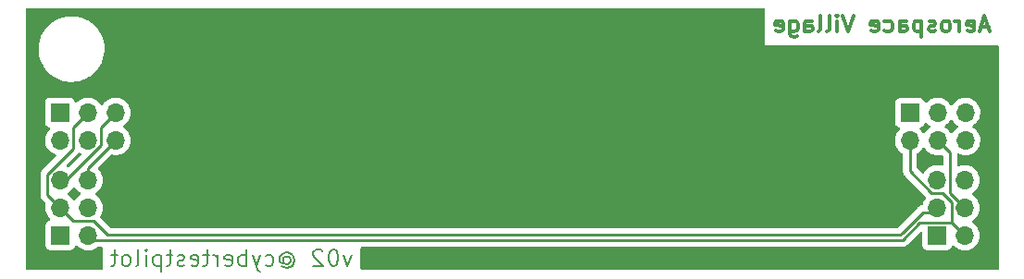
<source format=gbr>
%TF.GenerationSoftware,KiCad,Pcbnew,(6.0.4-0)*%
%TF.CreationDate,2022-05-06T19:30:14-04:00*%
%TF.ProjectId,Remove_Before_Flight,52656d6f-7665-45f4-9265-666f72655f46,v02*%
%TF.SameCoordinates,Original*%
%TF.FileFunction,Copper,L2,Bot*%
%TF.FilePolarity,Positive*%
%FSLAX46Y46*%
G04 Gerber Fmt 4.6, Leading zero omitted, Abs format (unit mm)*
G04 Created by KiCad (PCBNEW (6.0.4-0)) date 2022-05-06 19:30:14*
%MOMM*%
%LPD*%
G01*
G04 APERTURE LIST*
%ADD10C,0.200000*%
%TA.AperFunction,NonConductor*%
%ADD11C,0.200000*%
%TD*%
%ADD12C,0.300000*%
%TA.AperFunction,NonConductor*%
%ADD13C,0.300000*%
%TD*%
%TA.AperFunction,ComponentPad*%
%ADD14R,1.700000X1.700000*%
%TD*%
%TA.AperFunction,ComponentPad*%
%ADD15O,1.700000X1.700000*%
%TD*%
%TA.AperFunction,Conductor*%
%ADD16C,0.254000*%
%TD*%
%TA.AperFunction,Conductor*%
%ADD17C,0.250000*%
%TD*%
G04 APERTURE END LIST*
D10*
D11*
X150296582Y-113142704D02*
X149939439Y-114142704D01*
X149582297Y-113142704D01*
X148725154Y-112642704D02*
X148582297Y-112642704D01*
X148439439Y-112714133D01*
X148368011Y-112785561D01*
X148296582Y-112928418D01*
X148225154Y-113214133D01*
X148225154Y-113571275D01*
X148296582Y-113856990D01*
X148368011Y-113999847D01*
X148439439Y-114071275D01*
X148582297Y-114142704D01*
X148725154Y-114142704D01*
X148868011Y-114071275D01*
X148939439Y-113999847D01*
X149010868Y-113856990D01*
X149082297Y-113571275D01*
X149082297Y-113214133D01*
X149010868Y-112928418D01*
X148939439Y-112785561D01*
X148868011Y-112714133D01*
X148725154Y-112642704D01*
X147653725Y-112785561D02*
X147582297Y-112714133D01*
X147439439Y-112642704D01*
X147082297Y-112642704D01*
X146939439Y-112714133D01*
X146868011Y-112785561D01*
X146796582Y-112928418D01*
X146796582Y-113071275D01*
X146868011Y-113285561D01*
X147725154Y-114142704D01*
X146796582Y-114142704D01*
X144082297Y-113428418D02*
X144153725Y-113356990D01*
X144296582Y-113285561D01*
X144439439Y-113285561D01*
X144582297Y-113356990D01*
X144653725Y-113428418D01*
X144725154Y-113571275D01*
X144725154Y-113714133D01*
X144653725Y-113856990D01*
X144582297Y-113928418D01*
X144439439Y-113999847D01*
X144296582Y-113999847D01*
X144153725Y-113928418D01*
X144082297Y-113856990D01*
X144082297Y-113285561D02*
X144082297Y-113856990D01*
X144010868Y-113928418D01*
X143939439Y-113928418D01*
X143796582Y-113856990D01*
X143725154Y-113714133D01*
X143725154Y-113356990D01*
X143868011Y-113142704D01*
X144082297Y-112999847D01*
X144368011Y-112928418D01*
X144653725Y-112999847D01*
X144868011Y-113142704D01*
X145010868Y-113356990D01*
X145082297Y-113642704D01*
X145010868Y-113928418D01*
X144868011Y-114142704D01*
X144653725Y-114285561D01*
X144368011Y-114356990D01*
X144082297Y-114285561D01*
X143868011Y-114142704D01*
X142439439Y-114071275D02*
X142582297Y-114142704D01*
X142868011Y-114142704D01*
X143010868Y-114071275D01*
X143082297Y-113999847D01*
X143153725Y-113856990D01*
X143153725Y-113428418D01*
X143082297Y-113285561D01*
X143010868Y-113214133D01*
X142868011Y-113142704D01*
X142582297Y-113142704D01*
X142439439Y-113214133D01*
X141939439Y-113142704D02*
X141582297Y-114142704D01*
X141225154Y-113142704D02*
X141582297Y-114142704D01*
X141725154Y-114499847D01*
X141796582Y-114571275D01*
X141939439Y-114642704D01*
X140653725Y-114142704D02*
X140653725Y-112642704D01*
X140653725Y-113214133D02*
X140510868Y-113142704D01*
X140225154Y-113142704D01*
X140082297Y-113214133D01*
X140010868Y-113285561D01*
X139939439Y-113428418D01*
X139939439Y-113856990D01*
X140010868Y-113999847D01*
X140082297Y-114071275D01*
X140225154Y-114142704D01*
X140510868Y-114142704D01*
X140653725Y-114071275D01*
X138725154Y-114071275D02*
X138868011Y-114142704D01*
X139153725Y-114142704D01*
X139296582Y-114071275D01*
X139368011Y-113928418D01*
X139368011Y-113356990D01*
X139296582Y-113214133D01*
X139153725Y-113142704D01*
X138868011Y-113142704D01*
X138725154Y-113214133D01*
X138653725Y-113356990D01*
X138653725Y-113499847D01*
X139368011Y-113642704D01*
X138010868Y-114142704D02*
X138010868Y-113142704D01*
X138010868Y-113428418D02*
X137939439Y-113285561D01*
X137868011Y-113214133D01*
X137725154Y-113142704D01*
X137582297Y-113142704D01*
X137296582Y-113142704D02*
X136725154Y-113142704D01*
X137082297Y-112642704D02*
X137082297Y-113928418D01*
X137010868Y-114071275D01*
X136868011Y-114142704D01*
X136725154Y-114142704D01*
X135653725Y-114071275D02*
X135796582Y-114142704D01*
X136082297Y-114142704D01*
X136225154Y-114071275D01*
X136296582Y-113928418D01*
X136296582Y-113356990D01*
X136225154Y-113214133D01*
X136082297Y-113142704D01*
X135796582Y-113142704D01*
X135653725Y-113214133D01*
X135582297Y-113356990D01*
X135582297Y-113499847D01*
X136296582Y-113642704D01*
X135010868Y-114071275D02*
X134868011Y-114142704D01*
X134582297Y-114142704D01*
X134439439Y-114071275D01*
X134368011Y-113928418D01*
X134368011Y-113856990D01*
X134439439Y-113714133D01*
X134582297Y-113642704D01*
X134796582Y-113642704D01*
X134939439Y-113571275D01*
X135010868Y-113428418D01*
X135010868Y-113356990D01*
X134939439Y-113214133D01*
X134796582Y-113142704D01*
X134582297Y-113142704D01*
X134439439Y-113214133D01*
X133939439Y-113142704D02*
X133368011Y-113142704D01*
X133725154Y-112642704D02*
X133725154Y-113928418D01*
X133653725Y-114071275D01*
X133510868Y-114142704D01*
X133368011Y-114142704D01*
X132868011Y-113142704D02*
X132868011Y-114642704D01*
X132868011Y-113214133D02*
X132725154Y-113142704D01*
X132439439Y-113142704D01*
X132296582Y-113214133D01*
X132225154Y-113285561D01*
X132153725Y-113428418D01*
X132153725Y-113856990D01*
X132225154Y-113999847D01*
X132296582Y-114071275D01*
X132439439Y-114142704D01*
X132725154Y-114142704D01*
X132868011Y-114071275D01*
X131510868Y-114142704D02*
X131510868Y-113142704D01*
X131510868Y-112642704D02*
X131582297Y-112714133D01*
X131510868Y-112785561D01*
X131439439Y-112714133D01*
X131510868Y-112642704D01*
X131510868Y-112785561D01*
X130582297Y-114142704D02*
X130725154Y-114071275D01*
X130796582Y-113928418D01*
X130796582Y-112642704D01*
X129796582Y-114142704D02*
X129939439Y-114071275D01*
X130010868Y-113999847D01*
X130082297Y-113856990D01*
X130082297Y-113428418D01*
X130010868Y-113285561D01*
X129939439Y-113214133D01*
X129796582Y-113142704D01*
X129582297Y-113142704D01*
X129439439Y-113214133D01*
X129368011Y-113285561D01*
X129296582Y-113428418D01*
X129296582Y-113856990D01*
X129368011Y-113999847D01*
X129439439Y-114071275D01*
X129582297Y-114142704D01*
X129796582Y-114142704D01*
X128868011Y-113142704D02*
X128296582Y-113142704D01*
X128653725Y-112642704D02*
X128653725Y-113928418D01*
X128582297Y-114071275D01*
X128439439Y-114142704D01*
X128296582Y-114142704D01*
D12*
D13*
X208546978Y-92259526D02*
X207832692Y-92259526D01*
X208689835Y-92688097D02*
X208189835Y-91188097D01*
X207689835Y-92688097D01*
X206618406Y-92616668D02*
X206761263Y-92688097D01*
X207046978Y-92688097D01*
X207189835Y-92616668D01*
X207261263Y-92473811D01*
X207261263Y-91902383D01*
X207189835Y-91759526D01*
X207046978Y-91688097D01*
X206761263Y-91688097D01*
X206618406Y-91759526D01*
X206546978Y-91902383D01*
X206546978Y-92045240D01*
X207261263Y-92188097D01*
X205904120Y-92688097D02*
X205904120Y-91688097D01*
X205904120Y-91973811D02*
X205832692Y-91830954D01*
X205761263Y-91759526D01*
X205618406Y-91688097D01*
X205475549Y-91688097D01*
X204761263Y-92688097D02*
X204904120Y-92616668D01*
X204975549Y-92545240D01*
X205046977Y-92402383D01*
X205046977Y-91973811D01*
X204975549Y-91830954D01*
X204904120Y-91759526D01*
X204761263Y-91688097D01*
X204546977Y-91688097D01*
X204404120Y-91759526D01*
X204332692Y-91830954D01*
X204261263Y-91973811D01*
X204261263Y-92402383D01*
X204332692Y-92545240D01*
X204404120Y-92616668D01*
X204546977Y-92688097D01*
X204761263Y-92688097D01*
X203689835Y-92616668D02*
X203546977Y-92688097D01*
X203261263Y-92688097D01*
X203118406Y-92616668D01*
X203046977Y-92473811D01*
X203046977Y-92402383D01*
X203118406Y-92259526D01*
X203261263Y-92188097D01*
X203475549Y-92188097D01*
X203618406Y-92116668D01*
X203689835Y-91973811D01*
X203689835Y-91902383D01*
X203618406Y-91759526D01*
X203475549Y-91688097D01*
X203261263Y-91688097D01*
X203118406Y-91759526D01*
X202404120Y-91688097D02*
X202404120Y-93188097D01*
X202404120Y-91759526D02*
X202261263Y-91688097D01*
X201975549Y-91688097D01*
X201832692Y-91759526D01*
X201761263Y-91830954D01*
X201689835Y-91973811D01*
X201689835Y-92402383D01*
X201761263Y-92545240D01*
X201832692Y-92616668D01*
X201975549Y-92688097D01*
X202261263Y-92688097D01*
X202404120Y-92616668D01*
X200404120Y-92688097D02*
X200404120Y-91902383D01*
X200475549Y-91759526D01*
X200618406Y-91688097D01*
X200904120Y-91688097D01*
X201046978Y-91759526D01*
X200404120Y-92616668D02*
X200546978Y-92688097D01*
X200904120Y-92688097D01*
X201046978Y-92616668D01*
X201118406Y-92473811D01*
X201118406Y-92330954D01*
X201046978Y-92188097D01*
X200904120Y-92116668D01*
X200546978Y-92116668D01*
X200404120Y-92045240D01*
X199046978Y-92616668D02*
X199189835Y-92688097D01*
X199475549Y-92688097D01*
X199618406Y-92616668D01*
X199689835Y-92545240D01*
X199761263Y-92402383D01*
X199761263Y-91973811D01*
X199689835Y-91830954D01*
X199618406Y-91759526D01*
X199475549Y-91688097D01*
X199189835Y-91688097D01*
X199046978Y-91759526D01*
X197832692Y-92616668D02*
X197975549Y-92688097D01*
X198261263Y-92688097D01*
X198404120Y-92616668D01*
X198475549Y-92473811D01*
X198475549Y-91902383D01*
X198404120Y-91759526D01*
X198261263Y-91688097D01*
X197975549Y-91688097D01*
X197832692Y-91759526D01*
X197761263Y-91902383D01*
X197761263Y-92045240D01*
X198475549Y-92188097D01*
X196189835Y-91188097D02*
X195689835Y-92688097D01*
X195189835Y-91188097D01*
X194689835Y-92688097D02*
X194689835Y-91688097D01*
X194689835Y-91188097D02*
X194761263Y-91259526D01*
X194689835Y-91330954D01*
X194618406Y-91259526D01*
X194689835Y-91188097D01*
X194689835Y-91330954D01*
X193761263Y-92688097D02*
X193904120Y-92616668D01*
X193975549Y-92473811D01*
X193975549Y-91188097D01*
X192975549Y-92688097D02*
X193118406Y-92616668D01*
X193189835Y-92473811D01*
X193189835Y-91188097D01*
X191761263Y-92688097D02*
X191761263Y-91902383D01*
X191832692Y-91759526D01*
X191975549Y-91688097D01*
X192261263Y-91688097D01*
X192404120Y-91759526D01*
X191761263Y-92616668D02*
X191904120Y-92688097D01*
X192261263Y-92688097D01*
X192404120Y-92616668D01*
X192475549Y-92473811D01*
X192475549Y-92330954D01*
X192404120Y-92188097D01*
X192261263Y-92116668D01*
X191904120Y-92116668D01*
X191761263Y-92045240D01*
X190404120Y-91688097D02*
X190404120Y-92902383D01*
X190475549Y-93045240D01*
X190546978Y-93116668D01*
X190689835Y-93188097D01*
X190904120Y-93188097D01*
X191046978Y-93116668D01*
X190404120Y-92616668D02*
X190546978Y-92688097D01*
X190832692Y-92688097D01*
X190975549Y-92616668D01*
X191046978Y-92545240D01*
X191118406Y-92402383D01*
X191118406Y-91973811D01*
X191046978Y-91830954D01*
X190975549Y-91759526D01*
X190832692Y-91688097D01*
X190546978Y-91688097D01*
X190404120Y-91759526D01*
X189118406Y-92616668D02*
X189261263Y-92688097D01*
X189546978Y-92688097D01*
X189689835Y-92616668D01*
X189761263Y-92473811D01*
X189761263Y-91902383D01*
X189689835Y-91759526D01*
X189546978Y-91688097D01*
X189261263Y-91688097D01*
X189118406Y-91759526D01*
X189046978Y-91902383D01*
X189046978Y-92045240D01*
X189761263Y-92188097D01*
D14*
%TO.P,J1,1,Pin_1*%
%TO.N,Net-(J1-Pad1)*%
X123634464Y-100091262D03*
D15*
%TO.P,J1,2,Pin_2*%
%TO.N,Net-(J1-Pad2)*%
X123634464Y-102631262D03*
%TO.P,J1,3,Pin_3*%
%TO.N,Net-(J1-Pad3)*%
X126174464Y-100091262D03*
%TO.P,J1,4,Pin_4*%
%TO.N,Net-(J1-Pad4)*%
X126174464Y-102631262D03*
%TO.P,J1,5,Pin_5*%
%TO.N,Net-(J1-Pad5)*%
X128714464Y-100091262D03*
%TO.P,J1,6,Pin_6*%
%TO.N,Net-(J1-Pad6)*%
X128714464Y-102631262D03*
%TD*%
D14*
%TO.P,J2,1,Pin_1*%
%TO.N,Net-(J1-Pad1)*%
X201350034Y-100111761D03*
D15*
%TO.P,J2,2,Pin_2*%
%TO.N,Net-(J1-Pad2)*%
X201350034Y-102651761D03*
%TO.P,J2,3,Pin_3*%
%TO.N,Net-(J1-Pad3)*%
X203890034Y-100111761D03*
%TO.P,J2,4,Pin_4*%
%TO.N,Net-(J1-Pad4)*%
X203890034Y-102651761D03*
%TO.P,J2,5,Pin_5*%
%TO.N,Net-(J1-Pad5)*%
X206430034Y-100111761D03*
%TO.P,J2,6,Pin_6*%
%TO.N,Net-(J1-Pad6)*%
X206430034Y-102651761D03*
%TD*%
D14*
%TO.P,J3,1,Pin_1*%
%TO.N,Net-(J1-Pad1)*%
X123645626Y-111353970D03*
D15*
%TO.P,J3,2,Pin_2*%
%TO.N,Net-(J1-Pad2)*%
X126185626Y-111353970D03*
%TO.P,J3,3,Pin_3*%
%TO.N,Net-(J1-Pad3)*%
X123645626Y-108813970D03*
%TO.P,J3,4,Pin_4*%
%TO.N,Net-(J1-Pad4)*%
X126185626Y-108813970D03*
%TO.P,J3,5,Pin_5*%
%TO.N,Net-(J1-Pad5)*%
X123645626Y-106273970D03*
%TO.P,J3,6,Pin_6*%
%TO.N,Net-(J1-Pad6)*%
X126185626Y-106273970D03*
%TD*%
D14*
%TO.P,J4,1,Pin_1*%
%TO.N,Net-(J1-Pad1)*%
X203844843Y-111353879D03*
D15*
%TO.P,J4,2,Pin_2*%
%TO.N,Net-(J1-Pad2)*%
X206384843Y-111353879D03*
%TO.P,J4,3,Pin_3*%
%TO.N,Net-(J1-Pad3)*%
X203844843Y-108813879D03*
%TO.P,J4,4,Pin_4*%
%TO.N,Net-(J1-Pad4)*%
X206384843Y-108813879D03*
%TO.P,J4,5,Pin_5*%
%TO.N,Net-(J1-Pad5)*%
X203844843Y-106273879D03*
%TO.P,J4,6,Pin_6*%
%TO.N,Net-(J1-Pad6)*%
X206384843Y-106273879D03*
%TD*%
D16*
%TO.N,Net-(J1-Pad3)*%
X200829995Y-110948630D02*
X200682006Y-111096620D01*
D17*
X126672125Y-109988481D02*
X127992124Y-111308480D01*
D16*
X201789112Y-109989514D02*
X200829995Y-110948630D01*
D17*
X124820137Y-109988481D02*
X126672125Y-109988481D01*
X123645626Y-108813970D02*
X124820137Y-109988481D01*
X127992124Y-111308480D02*
X200470145Y-111308480D01*
X200470145Y-111308480D02*
X200829995Y-110948630D01*
D16*
X203844843Y-108813879D02*
X203606121Y-108813879D01*
X203606121Y-108813879D02*
X203200000Y-109220000D01*
X203200000Y-109220000D02*
X202558626Y-109220000D01*
X202558626Y-109220000D02*
X201789112Y-109989514D01*
%TO.N,Net-(J1-Pad2)*%
X205208332Y-110177368D02*
X202242632Y-110177368D01*
X126591656Y-111760000D02*
X126185626Y-111353970D01*
X202242632Y-110177368D02*
X200660000Y-111760000D01*
X200660000Y-111760000D02*
X126591656Y-111760000D01*
D17*
%TO.N,Net-(J1-Pad6)*%
X128714464Y-102631262D02*
X126185626Y-105160100D01*
X126185626Y-105160100D02*
X126185626Y-106273970D01*
%TO.N,Net-(J1-Pad3)*%
X123645626Y-108813970D02*
X122471115Y-107639459D01*
X122471115Y-107639459D02*
X122471115Y-105787471D01*
X122471115Y-105787471D02*
X124808975Y-103449611D01*
X124808975Y-103449611D02*
X124808975Y-101456751D01*
D16*
X124808975Y-101456751D02*
X126174464Y-100091262D01*
D17*
%TO.N,Net-(J1-Pad5)*%
X123645626Y-106273970D02*
X124192766Y-106273970D01*
X124192766Y-106273970D02*
X127348975Y-103117761D01*
D16*
X127348975Y-103117761D02*
X127348975Y-101456751D01*
X127348975Y-101456751D02*
X128714464Y-100091262D01*
%TO.N,Net-(J1-Pad2)*%
X204332171Y-107450390D02*
X205208332Y-108326551D01*
X201350034Y-102651761D02*
X201350034Y-105442909D01*
X201350034Y-105442909D02*
X203357515Y-107450390D01*
X205208332Y-108326551D02*
X205208332Y-110177368D01*
X203357515Y-107450390D02*
X204332171Y-107450390D01*
X205208332Y-110177368D02*
X206384843Y-111353879D01*
%TO.N,Net-(J1-Pad4)*%
X205021354Y-107450390D02*
X206384843Y-108813879D01*
X203890034Y-102651761D02*
X205021354Y-103783081D01*
X205021354Y-103783081D02*
X205021354Y-107450390D01*
%TD*%
%TA.AperFunction,NonConductor*%
G36*
X202873184Y-101024887D02*
G01*
X202907851Y-101052875D01*
X202936284Y-101085699D01*
X203108160Y-101228393D01*
X203162542Y-101260171D01*
X203181479Y-101271237D01*
X203230203Y-101322875D01*
X203243274Y-101392658D01*
X203216543Y-101458430D01*
X203176089Y-101491788D01*
X203168267Y-101495860D01*
X203163641Y-101498268D01*
X203159508Y-101501371D01*
X203159505Y-101501373D01*
X203035601Y-101594403D01*
X202984999Y-101632396D01*
X202830663Y-101793899D01*
X202723235Y-101951382D01*
X202668327Y-101996382D01*
X202597802Y-102004553D01*
X202534055Y-101973299D01*
X202513358Y-101948815D01*
X202432856Y-101824378D01*
X202432854Y-101824375D01*
X202430048Y-101820038D01*
X202426566Y-101816211D01*
X202282832Y-101658249D01*
X202251780Y-101594403D01*
X202260175Y-101523904D01*
X202305351Y-101469136D01*
X202331795Y-101455467D01*
X202438331Y-101415528D01*
X202446739Y-101412376D01*
X202563295Y-101325022D01*
X202650649Y-101208466D01*
X202680518Y-101128791D01*
X202694632Y-101091143D01*
X202737274Y-101034379D01*
X202803836Y-101009679D01*
X202873184Y-101024887D01*
G37*
%TD.AperFunction*%
%TA.AperFunction,NonConductor*%
G36*
X205242060Y-100786905D02*
G01*
X205269909Y-100818755D01*
X205330021Y-100916849D01*
X205476284Y-101085699D01*
X205648160Y-101228393D01*
X205702542Y-101260171D01*
X205721479Y-101271237D01*
X205770203Y-101322875D01*
X205783274Y-101392658D01*
X205756543Y-101458430D01*
X205716089Y-101491788D01*
X205708267Y-101495860D01*
X205703641Y-101498268D01*
X205699508Y-101501371D01*
X205699505Y-101501373D01*
X205575601Y-101594403D01*
X205524999Y-101632396D01*
X205370663Y-101793899D01*
X205263235Y-101951382D01*
X205208327Y-101996382D01*
X205137802Y-102004553D01*
X205074055Y-101973299D01*
X205053358Y-101948815D01*
X204972856Y-101824378D01*
X204972854Y-101824375D01*
X204970048Y-101820038D01*
X204819704Y-101654812D01*
X204815653Y-101651613D01*
X204815649Y-101651609D01*
X204648448Y-101519561D01*
X204648444Y-101519559D01*
X204644393Y-101516359D01*
X204603087Y-101493557D01*
X204553118Y-101443125D01*
X204538346Y-101373682D01*
X204563462Y-101307277D01*
X204590814Y-101280670D01*
X204634637Y-101249411D01*
X204769894Y-101152934D01*
X204928130Y-100995250D01*
X205058487Y-100813838D01*
X205059810Y-100814789D01*
X205106679Y-100771618D01*
X205176614Y-100759386D01*
X205242060Y-100786905D01*
G37*
%TD.AperFunction*%
%TA.AperFunction,NonConductor*%
G36*
X125482437Y-103800396D02*
G01*
X125523206Y-103824220D01*
X125571929Y-103875859D01*
X125584999Y-103945642D01*
X125558267Y-104011413D01*
X125548729Y-104022102D01*
X124487799Y-105083032D01*
X124425487Y-105117058D01*
X124354672Y-105111993D01*
X124337811Y-105104246D01*
X124299177Y-105082919D01*
X124249206Y-105032486D01*
X124234434Y-104963043D01*
X124259550Y-104896638D01*
X124270975Y-104883515D01*
X125201222Y-103953268D01*
X125209512Y-103945724D01*
X125215993Y-103941611D01*
X125262634Y-103891943D01*
X125265388Y-103889102D01*
X125285109Y-103869381D01*
X125287587Y-103866186D01*
X125295293Y-103857164D01*
X125325561Y-103824932D01*
X125327630Y-103826875D01*
X125373131Y-103791776D01*
X125443866Y-103785688D01*
X125482437Y-103800396D01*
G37*
%TD.AperFunction*%
%TA.AperFunction,NonConductor*%
G36*
X202702060Y-103326905D02*
G01*
X202729909Y-103358755D01*
X202790021Y-103456849D01*
X202936284Y-103625699D01*
X203108160Y-103768393D01*
X203301034Y-103881099D01*
X203305859Y-103882941D01*
X203305860Y-103882942D01*
X203329434Y-103891944D01*
X203509726Y-103960791D01*
X203514794Y-103961822D01*
X203514797Y-103961823D01*
X203622042Y-103983642D01*
X203728631Y-104005328D01*
X203733806Y-104005518D01*
X203733808Y-104005518D01*
X203946707Y-104013325D01*
X203946711Y-104013325D01*
X203951871Y-104013514D01*
X203956991Y-104012858D01*
X203956993Y-104012858D01*
X204030448Y-104003448D01*
X204173450Y-103985129D01*
X204178403Y-103983643D01*
X204178408Y-103983642D01*
X204208051Y-103974748D01*
X204217685Y-103971858D01*
X204288680Y-103971440D01*
X204342988Y-104003448D01*
X204348949Y-104009409D01*
X204382975Y-104071721D01*
X204385854Y-104098504D01*
X204385854Y-104845936D01*
X204365852Y-104914057D01*
X204312196Y-104960550D01*
X204241922Y-104970654D01*
X204217799Y-104964710D01*
X204193055Y-104955948D01*
X204187966Y-104955041D01*
X204187964Y-104955041D01*
X203978216Y-104917679D01*
X203978210Y-104917678D01*
X203973127Y-104916773D01*
X203899295Y-104915871D01*
X203754924Y-104914107D01*
X203754922Y-104914107D01*
X203749754Y-104914044D01*
X203528934Y-104947834D01*
X203316599Y-105017236D01*
X203290912Y-105030608D01*
X203149455Y-105104246D01*
X203118450Y-105120386D01*
X203114317Y-105123489D01*
X203114314Y-105123491D01*
X202990330Y-105216581D01*
X202939808Y-105254514D01*
X202785472Y-105416017D01*
X202782558Y-105420289D01*
X202782557Y-105420290D01*
X202739853Y-105482892D01*
X202659586Y-105600559D01*
X202657409Y-105605249D01*
X202657405Y-105605256D01*
X202655231Y-105609941D01*
X202608409Y-105663309D01*
X202540166Y-105682892D01*
X202472170Y-105662471D01*
X202451847Y-105645989D01*
X202022439Y-105216581D01*
X201988413Y-105154269D01*
X201985534Y-105127486D01*
X201985534Y-103930996D01*
X202005536Y-103862875D01*
X202046205Y-103823550D01*
X202048028Y-103822657D01*
X202229894Y-103692934D01*
X202388130Y-103535250D01*
X202447628Y-103452450D01*
X202518487Y-103353838D01*
X202519810Y-103354789D01*
X202566679Y-103311618D01*
X202636614Y-103299386D01*
X202702060Y-103326905D01*
G37*
%TD.AperFunction*%
%TA.AperFunction,NonConductor*%
G36*
X124997652Y-106949114D02*
G01*
X125025501Y-106980964D01*
X125085613Y-107079058D01*
X125231876Y-107247908D01*
X125403752Y-107390602D01*
X125474221Y-107431781D01*
X125477071Y-107433446D01*
X125525795Y-107485084D01*
X125538866Y-107554867D01*
X125512135Y-107620639D01*
X125471681Y-107653997D01*
X125459233Y-107660477D01*
X125455100Y-107663580D01*
X125455097Y-107663582D01*
X125302495Y-107778159D01*
X125280591Y-107794605D01*
X125227515Y-107850146D01*
X125133757Y-107948258D01*
X125126255Y-107956108D01*
X125018827Y-108113591D01*
X124963919Y-108158591D01*
X124893394Y-108166762D01*
X124829647Y-108135508D01*
X124808950Y-108111024D01*
X124728448Y-107986587D01*
X124728446Y-107986584D01*
X124725640Y-107982247D01*
X124575296Y-107817021D01*
X124571245Y-107813822D01*
X124571241Y-107813818D01*
X124404040Y-107681770D01*
X124404036Y-107681768D01*
X124399985Y-107678568D01*
X124358679Y-107655766D01*
X124308710Y-107605334D01*
X124293938Y-107535891D01*
X124319054Y-107469486D01*
X124346406Y-107442879D01*
X124390229Y-107411620D01*
X124525486Y-107315143D01*
X124683722Y-107157459D01*
X124814079Y-106976047D01*
X124815402Y-106976998D01*
X124862271Y-106933827D01*
X124932206Y-106921595D01*
X124997652Y-106949114D01*
G37*
%TD.AperFunction*%
%TA.AperFunction,NonConductor*%
G36*
X188044885Y-90528502D02*
G01*
X188091378Y-90582158D01*
X188102764Y-90634500D01*
X188102764Y-93950526D01*
X209365500Y-93950526D01*
X209433621Y-93970528D01*
X209480114Y-94024184D01*
X209491500Y-94076526D01*
X209491500Y-114365500D01*
X209471498Y-114433621D01*
X209417842Y-114480114D01*
X209365500Y-114491500D01*
X151245369Y-114491500D01*
X151177248Y-114471498D01*
X151130755Y-114417842D01*
X151119369Y-114365500D01*
X151119369Y-112521500D01*
X151139371Y-112453379D01*
X151193027Y-112406886D01*
X151245369Y-112395500D01*
X200580980Y-112395500D01*
X200592214Y-112396030D01*
X200599719Y-112397708D01*
X200668012Y-112395562D01*
X200671969Y-112395500D01*
X200699983Y-112395500D01*
X200703908Y-112395004D01*
X200703909Y-112395004D01*
X200704004Y-112394992D01*
X200715849Y-112394059D01*
X200745670Y-112393122D01*
X200752282Y-112392914D01*
X200752283Y-112392914D01*
X200760205Y-112392665D01*
X200779749Y-112386987D01*
X200799112Y-112382977D01*
X200811440Y-112381420D01*
X200811442Y-112381420D01*
X200819299Y-112380427D01*
X200826663Y-112377511D01*
X200826668Y-112377510D01*
X200860556Y-112364093D01*
X200871785Y-112360248D01*
X200888465Y-112355402D01*
X200914393Y-112347869D01*
X200921220Y-112343831D01*
X200921223Y-112343830D01*
X200931906Y-112337512D01*
X200949664Y-112328812D01*
X200961215Y-112324239D01*
X200961221Y-112324235D01*
X200968588Y-112321319D01*
X200978394Y-112314195D01*
X201004488Y-112295236D01*
X201014410Y-112288719D01*
X201045768Y-112270174D01*
X201045772Y-112270171D01*
X201052598Y-112266134D01*
X201066982Y-112251750D01*
X201082016Y-112238909D01*
X201092073Y-112231602D01*
X201098487Y-112226942D01*
X201126778Y-112192744D01*
X201134767Y-112183965D01*
X202271248Y-111047485D01*
X202333560Y-111013459D01*
X202404376Y-111018524D01*
X202461211Y-111061071D01*
X202486022Y-111127591D01*
X202486343Y-111136580D01*
X202486343Y-112252013D01*
X202493098Y-112314195D01*
X202544228Y-112450584D01*
X202631582Y-112567140D01*
X202748138Y-112654494D01*
X202884527Y-112705624D01*
X202946709Y-112712379D01*
X204742977Y-112712379D01*
X204805159Y-112705624D01*
X204941548Y-112654494D01*
X205058104Y-112567140D01*
X205145458Y-112450584D01*
X205165152Y-112398050D01*
X205189441Y-112333261D01*
X205232083Y-112276497D01*
X205298645Y-112251797D01*
X205367993Y-112267005D01*
X205402660Y-112294993D01*
X205431093Y-112327817D01*
X205602969Y-112470511D01*
X205795843Y-112583217D01*
X205800668Y-112585059D01*
X205800669Y-112585060D01*
X205873455Y-112612854D01*
X206004535Y-112662909D01*
X206009603Y-112663940D01*
X206009606Y-112663941D01*
X206116860Y-112685762D01*
X206223440Y-112707446D01*
X206228615Y-112707636D01*
X206228617Y-112707636D01*
X206441516Y-112715443D01*
X206441520Y-112715443D01*
X206446680Y-112715632D01*
X206451800Y-112714976D01*
X206451802Y-112714976D01*
X206663131Y-112687904D01*
X206663132Y-112687904D01*
X206668259Y-112687247D01*
X206673209Y-112685762D01*
X206877272Y-112624540D01*
X206877277Y-112624538D01*
X206882227Y-112623053D01*
X207082837Y-112524775D01*
X207264703Y-112395052D01*
X207282307Y-112377510D01*
X207399703Y-112260523D01*
X207422939Y-112237368D01*
X207458291Y-112188171D01*
X207550278Y-112060156D01*
X207553296Y-112055956D01*
X207652273Y-111855690D01*
X207717213Y-111641948D01*
X207746372Y-111420469D01*
X207747999Y-111353879D01*
X207729695Y-111131240D01*
X207675274Y-110914581D01*
X207586197Y-110709719D01*
X207464857Y-110522156D01*
X207314513Y-110356930D01*
X207310462Y-110353731D01*
X207310458Y-110353727D01*
X207143257Y-110221679D01*
X207143253Y-110221677D01*
X207139202Y-110218477D01*
X207097896Y-110195675D01*
X207047927Y-110145243D01*
X207033155Y-110075800D01*
X207058271Y-110009395D01*
X207085623Y-109982788D01*
X207166581Y-109925041D01*
X207264703Y-109855052D01*
X207328767Y-109791212D01*
X207419278Y-109701016D01*
X207422939Y-109697368D01*
X207553296Y-109515956D01*
X207652273Y-109315690D01*
X207717213Y-109101948D01*
X207746372Y-108880469D01*
X207747999Y-108813879D01*
X207729695Y-108591240D01*
X207675274Y-108374581D01*
X207586197Y-108169719D01*
X207521785Y-108070153D01*
X207467665Y-107986496D01*
X207467663Y-107986493D01*
X207464857Y-107982156D01*
X207314513Y-107816930D01*
X207310462Y-107813731D01*
X207310458Y-107813727D01*
X207143257Y-107681679D01*
X207143253Y-107681677D01*
X207139202Y-107678477D01*
X207097896Y-107655675D01*
X207047927Y-107605243D01*
X207033155Y-107535800D01*
X207058271Y-107469395D01*
X207085623Y-107442788D01*
X207158785Y-107390602D01*
X207264703Y-107315052D01*
X207328769Y-107251210D01*
X207419278Y-107161016D01*
X207422939Y-107157368D01*
X207553296Y-106975956D01*
X207574118Y-106933827D01*
X207649979Y-106780332D01*
X207649980Y-106780330D01*
X207652273Y-106775690D01*
X207717213Y-106561948D01*
X207746372Y-106340469D01*
X207747999Y-106273879D01*
X207729695Y-106051240D01*
X207675274Y-105834581D01*
X207586197Y-105629719D01*
X207493750Y-105486818D01*
X207467665Y-105446496D01*
X207467663Y-105446493D01*
X207464857Y-105442156D01*
X207314513Y-105276930D01*
X207310462Y-105273731D01*
X207310458Y-105273727D01*
X207143257Y-105141679D01*
X207143253Y-105141677D01*
X207139202Y-105138477D01*
X206943632Y-105030517D01*
X206938763Y-105028793D01*
X206938759Y-105028791D01*
X206737930Y-104957674D01*
X206737926Y-104957673D01*
X206733055Y-104955948D01*
X206727962Y-104955041D01*
X206727959Y-104955040D01*
X206518216Y-104917679D01*
X206518210Y-104917678D01*
X206513127Y-104916773D01*
X206439295Y-104915871D01*
X206294924Y-104914107D01*
X206294922Y-104914107D01*
X206289754Y-104914044D01*
X206068934Y-104947834D01*
X205856599Y-105017236D01*
X205841035Y-105025338D01*
X205771377Y-105039052D01*
X205705361Y-105012928D01*
X205663949Y-104955261D01*
X205656854Y-104913576D01*
X205656854Y-103992470D01*
X205676856Y-103924349D01*
X205730512Y-103877856D01*
X205800786Y-103867752D01*
X205837024Y-103878756D01*
X205841034Y-103881099D01*
X206049726Y-103960791D01*
X206054794Y-103961822D01*
X206054797Y-103961823D01*
X206162042Y-103983642D01*
X206268631Y-104005328D01*
X206273806Y-104005518D01*
X206273808Y-104005518D01*
X206486707Y-104013325D01*
X206486711Y-104013325D01*
X206491871Y-104013514D01*
X206496991Y-104012858D01*
X206496993Y-104012858D01*
X206708322Y-103985786D01*
X206708323Y-103985786D01*
X206713450Y-103985129D01*
X206718400Y-103983644D01*
X206922463Y-103922422D01*
X206922468Y-103922420D01*
X206927418Y-103920935D01*
X207128028Y-103822657D01*
X207309894Y-103692934D01*
X207468130Y-103535250D01*
X207527628Y-103452450D01*
X207595469Y-103358038D01*
X207598487Y-103353838D01*
X207606543Y-103337539D01*
X207695170Y-103158214D01*
X207695171Y-103158212D01*
X207697464Y-103153572D01*
X207762404Y-102939830D01*
X207791563Y-102718351D01*
X207793190Y-102651761D01*
X207774886Y-102429122D01*
X207720465Y-102212463D01*
X207631388Y-102007601D01*
X207510048Y-101820038D01*
X207359704Y-101654812D01*
X207355653Y-101651613D01*
X207355649Y-101651609D01*
X207188448Y-101519561D01*
X207188444Y-101519559D01*
X207184393Y-101516359D01*
X207143087Y-101493557D01*
X207093118Y-101443125D01*
X207078346Y-101373682D01*
X207103462Y-101307277D01*
X207130814Y-101280670D01*
X207174637Y-101249411D01*
X207309894Y-101152934D01*
X207468130Y-100995250D01*
X207598487Y-100813838D01*
X207606543Y-100797539D01*
X207695170Y-100618214D01*
X207695171Y-100618212D01*
X207697464Y-100613572D01*
X207762404Y-100399830D01*
X207791563Y-100178351D01*
X207793190Y-100111761D01*
X207774886Y-99889122D01*
X207720465Y-99672463D01*
X207631388Y-99467601D01*
X207510048Y-99280038D01*
X207359704Y-99114812D01*
X207355653Y-99111613D01*
X207355649Y-99111609D01*
X207188448Y-98979561D01*
X207188444Y-98979559D01*
X207184393Y-98976359D01*
X207153060Y-98959062D01*
X207110159Y-98935380D01*
X206988823Y-98868399D01*
X206983954Y-98866675D01*
X206983950Y-98866673D01*
X206783121Y-98795556D01*
X206783117Y-98795555D01*
X206778246Y-98793830D01*
X206773153Y-98792923D01*
X206773150Y-98792922D01*
X206563407Y-98755561D01*
X206563401Y-98755560D01*
X206558318Y-98754655D01*
X206484486Y-98753753D01*
X206340115Y-98751989D01*
X206340113Y-98751989D01*
X206334945Y-98751926D01*
X206114125Y-98785716D01*
X205901790Y-98855118D01*
X205871477Y-98870898D01*
X205708267Y-98955860D01*
X205703641Y-98958268D01*
X205699508Y-98961371D01*
X205699505Y-98961373D01*
X205529134Y-99089291D01*
X205524999Y-99092396D01*
X205521427Y-99096134D01*
X205386177Y-99237665D01*
X205370663Y-99253899D01*
X205263235Y-99411382D01*
X205208327Y-99456382D01*
X205137802Y-99464553D01*
X205074055Y-99433299D01*
X205053358Y-99408815D01*
X204972856Y-99284378D01*
X204972854Y-99284375D01*
X204970048Y-99280038D01*
X204819704Y-99114812D01*
X204815653Y-99111613D01*
X204815649Y-99111609D01*
X204648448Y-98979561D01*
X204648444Y-98979559D01*
X204644393Y-98976359D01*
X204613060Y-98959062D01*
X204570159Y-98935380D01*
X204448823Y-98868399D01*
X204443954Y-98866675D01*
X204443950Y-98866673D01*
X204243121Y-98795556D01*
X204243117Y-98795555D01*
X204238246Y-98793830D01*
X204233153Y-98792923D01*
X204233150Y-98792922D01*
X204023407Y-98755561D01*
X204023401Y-98755560D01*
X204018318Y-98754655D01*
X203944486Y-98753753D01*
X203800115Y-98751989D01*
X203800113Y-98751989D01*
X203794945Y-98751926D01*
X203574125Y-98785716D01*
X203361790Y-98855118D01*
X203331477Y-98870898D01*
X203168267Y-98955860D01*
X203163641Y-98958268D01*
X203159508Y-98961371D01*
X203159505Y-98961373D01*
X202989134Y-99089291D01*
X202984999Y-99092396D01*
X202928571Y-99151445D01*
X202904317Y-99176825D01*
X202842793Y-99212255D01*
X202771880Y-99208798D01*
X202714094Y-99167552D01*
X202695241Y-99134004D01*
X202653801Y-99023464D01*
X202650649Y-99015056D01*
X202563295Y-98898500D01*
X202446739Y-98811146D01*
X202310350Y-98760016D01*
X202248168Y-98753261D01*
X200451900Y-98753261D01*
X200389718Y-98760016D01*
X200253329Y-98811146D01*
X200136773Y-98898500D01*
X200049419Y-99015056D01*
X199998289Y-99151445D01*
X199991534Y-99213627D01*
X199991534Y-101009895D01*
X199998289Y-101072077D01*
X200049419Y-101208466D01*
X200136773Y-101325022D01*
X200253329Y-101412376D01*
X200261738Y-101415528D01*
X200261739Y-101415529D01*
X200370485Y-101456296D01*
X200427250Y-101498937D01*
X200451950Y-101565499D01*
X200436743Y-101634848D01*
X200417350Y-101661329D01*
X200290663Y-101793899D01*
X200287754Y-101798164D01*
X200287748Y-101798172D01*
X200283855Y-101803879D01*
X200164777Y-101978441D01*
X200149037Y-102012351D01*
X200082417Y-102155872D01*
X200070722Y-102181066D01*
X200011023Y-102396331D01*
X199987285Y-102618456D01*
X199987582Y-102623609D01*
X199987582Y-102623612D01*
X199993045Y-102718351D01*
X200000144Y-102841476D01*
X200001281Y-102846522D01*
X200001282Y-102846528D01*
X200018806Y-102924285D01*
X200049256Y-103059400D01*
X200087495Y-103153572D01*
X200126765Y-103250282D01*
X200133300Y-103266377D01*
X200174334Y-103333339D01*
X200247325Y-103452449D01*
X200250021Y-103456849D01*
X200396284Y-103625699D01*
X200568160Y-103768393D01*
X200652106Y-103817447D01*
X200700828Y-103869085D01*
X200714534Y-103926234D01*
X200714534Y-105363889D01*
X200714004Y-105375123D01*
X200712326Y-105382628D01*
X200713812Y-105429905D01*
X200714472Y-105450921D01*
X200714534Y-105454878D01*
X200714534Y-105482892D01*
X200715030Y-105486817D01*
X200715030Y-105486818D01*
X200715042Y-105486913D01*
X200715975Y-105498758D01*
X200717369Y-105543114D01*
X200719581Y-105550726D01*
X200723047Y-105562657D01*
X200727057Y-105582021D01*
X200729607Y-105602208D01*
X200732523Y-105609572D01*
X200732524Y-105609577D01*
X200745941Y-105643465D01*
X200749786Y-105654694D01*
X200754632Y-105671374D01*
X200762165Y-105697302D01*
X200766203Y-105704129D01*
X200766204Y-105704132D01*
X200772522Y-105714815D01*
X200781222Y-105732573D01*
X200785795Y-105744124D01*
X200785799Y-105744130D01*
X200788715Y-105751497D01*
X200793373Y-105757908D01*
X200793374Y-105757910D01*
X200814798Y-105787397D01*
X200821315Y-105797319D01*
X200839860Y-105828677D01*
X200839863Y-105828681D01*
X200843900Y-105835507D01*
X200858284Y-105849891D01*
X200871125Y-105864925D01*
X200883092Y-105881396D01*
X200889200Y-105886449D01*
X200917289Y-105909686D01*
X200926069Y-105917676D01*
X202785814Y-107777422D01*
X202819840Y-107839734D01*
X202814775Y-107910550D01*
X202791528Y-107947633D01*
X202792300Y-107948258D01*
X202789043Y-107952280D01*
X202785472Y-107956017D01*
X202782558Y-107960289D01*
X202782557Y-107960290D01*
X202697398Y-108085128D01*
X202659586Y-108140559D01*
X202565531Y-108343184D01*
X202543683Y-108421964D01*
X202520294Y-108506301D01*
X202482815Y-108566598D01*
X202414669Y-108597634D01*
X202407193Y-108598578D01*
X202407183Y-108598581D01*
X202399327Y-108599573D01*
X202391963Y-108602489D01*
X202391958Y-108602490D01*
X202358070Y-108615907D01*
X202346841Y-108619752D01*
X202332867Y-108623812D01*
X202304233Y-108632131D01*
X202297407Y-108636168D01*
X202286717Y-108642490D01*
X202268967Y-108651187D01*
X202250038Y-108658681D01*
X202243622Y-108663342D01*
X202243621Y-108663343D01*
X202214145Y-108684759D01*
X202204221Y-108691278D01*
X202172850Y-108709830D01*
X202172845Y-108709834D01*
X202166027Y-108713866D01*
X202151640Y-108728253D01*
X202136606Y-108741094D01*
X202120139Y-108753058D01*
X202115086Y-108759166D01*
X202091854Y-108787249D01*
X202083864Y-108796029D01*
X200437401Y-110442492D01*
X200437395Y-110442497D01*
X200241819Y-110638075D01*
X200179507Y-110672100D01*
X200152723Y-110674980D01*
X128306719Y-110674980D01*
X128238598Y-110654978D01*
X128217624Y-110638075D01*
X127321694Y-109742145D01*
X127287668Y-109679833D01*
X127292733Y-109609018D01*
X127308467Y-109579524D01*
X127351056Y-109520255D01*
X127351060Y-109520249D01*
X127354079Y-109516047D01*
X127453056Y-109315781D01*
X127517996Y-109102039D01*
X127547155Y-108880560D01*
X127548782Y-108813970D01*
X127530478Y-108591331D01*
X127476057Y-108374672D01*
X127386980Y-108169810D01*
X127297064Y-108030821D01*
X127268448Y-107986587D01*
X127268446Y-107986584D01*
X127265640Y-107982247D01*
X127115296Y-107817021D01*
X127111245Y-107813822D01*
X127111241Y-107813818D01*
X126944040Y-107681770D01*
X126944036Y-107681768D01*
X126939985Y-107678568D01*
X126898679Y-107655766D01*
X126848710Y-107605334D01*
X126833938Y-107535891D01*
X126859054Y-107469486D01*
X126886406Y-107442879D01*
X126930229Y-107411620D01*
X127065486Y-107315143D01*
X127223722Y-107157459D01*
X127354079Y-106976047D01*
X127374946Y-106933827D01*
X127450762Y-106780423D01*
X127450763Y-106780421D01*
X127453056Y-106775781D01*
X127517996Y-106562039D01*
X127547155Y-106340560D01*
X127548782Y-106273970D01*
X127530478Y-106051331D01*
X127476057Y-105834672D01*
X127386980Y-105629810D01*
X127294536Y-105486913D01*
X127268448Y-105446587D01*
X127268446Y-105446584D01*
X127265640Y-105442247D01*
X127262166Y-105438429D01*
X127262159Y-105438420D01*
X127124400Y-105287025D01*
X127093348Y-105223180D01*
X127101744Y-105152681D01*
X127128499Y-105113131D01*
X128259013Y-103982617D01*
X128321325Y-103948591D01*
X128373226Y-103948241D01*
X128553061Y-103984829D01*
X128558236Y-103985019D01*
X128558238Y-103985019D01*
X128771137Y-103992826D01*
X128771141Y-103992826D01*
X128776301Y-103993015D01*
X128781421Y-103992359D01*
X128781423Y-103992359D01*
X128992752Y-103965287D01*
X128992753Y-103965287D01*
X128997880Y-103964630D01*
X129016826Y-103958946D01*
X129206893Y-103901923D01*
X129206898Y-103901921D01*
X129211848Y-103900436D01*
X129412458Y-103802158D01*
X129594324Y-103672435D01*
X129752560Y-103514751D01*
X129812058Y-103431951D01*
X129879899Y-103337539D01*
X129882917Y-103333339D01*
X129916012Y-103266377D01*
X129979600Y-103137715D01*
X129979601Y-103137713D01*
X129981894Y-103133073D01*
X130046834Y-102919331D01*
X130075993Y-102697852D01*
X130077620Y-102631262D01*
X130059316Y-102408623D01*
X130004895Y-102191964D01*
X129915818Y-101987102D01*
X129810547Y-101824378D01*
X129797286Y-101803879D01*
X129797284Y-101803876D01*
X129794478Y-101799539D01*
X129644134Y-101634313D01*
X129640083Y-101631114D01*
X129640079Y-101631110D01*
X129472878Y-101499062D01*
X129472874Y-101499060D01*
X129468823Y-101495860D01*
X129427517Y-101473058D01*
X129377548Y-101422626D01*
X129362776Y-101353183D01*
X129387892Y-101286778D01*
X129415244Y-101260171D01*
X129459795Y-101228393D01*
X129594324Y-101132435D01*
X129752560Y-100974751D01*
X129882917Y-100793339D01*
X129916012Y-100726377D01*
X129979600Y-100597715D01*
X129979601Y-100597713D01*
X129981894Y-100593073D01*
X130046834Y-100379331D01*
X130075993Y-100157852D01*
X130077620Y-100091262D01*
X130059316Y-99868623D01*
X130004895Y-99651964D01*
X129915818Y-99447102D01*
X129810547Y-99284378D01*
X129797286Y-99263879D01*
X129797284Y-99263876D01*
X129794478Y-99259539D01*
X129644134Y-99094313D01*
X129640083Y-99091114D01*
X129640079Y-99091110D01*
X129472878Y-98959062D01*
X129472874Y-98959060D01*
X129468823Y-98955860D01*
X129273253Y-98847900D01*
X129268384Y-98846176D01*
X129268380Y-98846174D01*
X129067551Y-98775057D01*
X129067547Y-98775056D01*
X129062676Y-98773331D01*
X129057583Y-98772424D01*
X129057580Y-98772423D01*
X128847837Y-98735062D01*
X128847831Y-98735061D01*
X128842748Y-98734156D01*
X128768916Y-98733254D01*
X128624545Y-98731490D01*
X128624543Y-98731490D01*
X128619375Y-98731427D01*
X128398555Y-98765217D01*
X128186220Y-98834619D01*
X127988071Y-98937769D01*
X127983938Y-98940872D01*
X127983935Y-98940874D01*
X127813564Y-99068792D01*
X127809429Y-99071897D01*
X127805857Y-99075635D01*
X127673989Y-99213627D01*
X127655093Y-99233400D01*
X127547665Y-99390883D01*
X127492757Y-99435883D01*
X127422232Y-99444054D01*
X127358485Y-99412800D01*
X127337788Y-99388316D01*
X127257286Y-99263879D01*
X127257284Y-99263876D01*
X127254478Y-99259539D01*
X127104134Y-99094313D01*
X127100083Y-99091114D01*
X127100079Y-99091110D01*
X126932878Y-98959062D01*
X126932874Y-98959060D01*
X126928823Y-98955860D01*
X126733253Y-98847900D01*
X126728384Y-98846176D01*
X126728380Y-98846174D01*
X126527551Y-98775057D01*
X126527547Y-98775056D01*
X126522676Y-98773331D01*
X126517583Y-98772424D01*
X126517580Y-98772423D01*
X126307837Y-98735062D01*
X126307831Y-98735061D01*
X126302748Y-98734156D01*
X126228916Y-98733254D01*
X126084545Y-98731490D01*
X126084543Y-98731490D01*
X126079375Y-98731427D01*
X125858555Y-98765217D01*
X125646220Y-98834619D01*
X125448071Y-98937769D01*
X125443938Y-98940872D01*
X125443935Y-98940874D01*
X125273564Y-99068792D01*
X125269429Y-99071897D01*
X125213001Y-99130946D01*
X125188747Y-99156326D01*
X125127223Y-99191756D01*
X125056310Y-99188299D01*
X124998524Y-99147053D01*
X124979671Y-99113505D01*
X124938231Y-99002965D01*
X124935079Y-98994557D01*
X124847725Y-98878001D01*
X124731169Y-98790647D01*
X124594780Y-98739517D01*
X124532598Y-98732762D01*
X122736330Y-98732762D01*
X122674148Y-98739517D01*
X122537759Y-98790647D01*
X122421203Y-98878001D01*
X122333849Y-98994557D01*
X122282719Y-99130946D01*
X122275964Y-99193128D01*
X122275964Y-100989396D01*
X122282719Y-101051578D01*
X122333849Y-101187967D01*
X122421203Y-101304523D01*
X122537759Y-101391877D01*
X122546168Y-101395029D01*
X122546169Y-101395030D01*
X122654915Y-101435797D01*
X122711680Y-101478438D01*
X122736380Y-101545000D01*
X122721173Y-101614349D01*
X122701780Y-101640830D01*
X122575093Y-101773400D01*
X122572179Y-101777672D01*
X122572178Y-101777673D01*
X122543279Y-101820038D01*
X122449207Y-101957942D01*
X122355152Y-102160567D01*
X122295453Y-102375832D01*
X122271715Y-102597957D01*
X122272012Y-102603110D01*
X122272012Y-102603113D01*
X122278657Y-102718351D01*
X122284574Y-102820977D01*
X122285711Y-102826023D01*
X122285712Y-102826029D01*
X122290332Y-102846528D01*
X122333686Y-103038901D01*
X122417730Y-103245878D01*
X122420429Y-103250282D01*
X122486462Y-103358038D01*
X122534451Y-103436350D01*
X122680714Y-103605200D01*
X122852590Y-103747894D01*
X123045464Y-103860600D01*
X123050289Y-103862442D01*
X123050290Y-103862443D01*
X123194296Y-103917434D01*
X123250799Y-103960422D01*
X123275092Y-104027133D01*
X123259462Y-104096388D01*
X123238442Y-104124239D01*
X122078862Y-105283819D01*
X122070576Y-105291359D01*
X122064097Y-105295471D01*
X122058672Y-105301248D01*
X122017472Y-105345122D01*
X122014717Y-105347964D01*
X121994980Y-105367701D01*
X121992500Y-105370898D01*
X121984797Y-105379918D01*
X121954529Y-105412150D01*
X121950710Y-105419096D01*
X121950708Y-105419099D01*
X121944767Y-105429905D01*
X121933916Y-105446424D01*
X121921501Y-105462430D01*
X121918356Y-105469699D01*
X121918353Y-105469703D01*
X121903941Y-105503008D01*
X121898724Y-105513658D01*
X121877420Y-105552411D01*
X121875449Y-105560086D01*
X121875449Y-105560087D01*
X121872382Y-105572033D01*
X121865978Y-105590737D01*
X121857934Y-105609326D01*
X121856695Y-105617149D01*
X121856692Y-105617159D01*
X121851016Y-105652995D01*
X121848610Y-105664615D01*
X121837615Y-105707441D01*
X121837615Y-105727695D01*
X121836064Y-105747405D01*
X121832895Y-105767414D01*
X121833641Y-105775306D01*
X121837056Y-105811432D01*
X121837615Y-105823290D01*
X121837615Y-107560692D01*
X121837088Y-107571875D01*
X121835413Y-107579368D01*
X121835662Y-107587294D01*
X121835662Y-107587295D01*
X121837553Y-107647445D01*
X121837615Y-107651404D01*
X121837615Y-107679315D01*
X121838112Y-107683249D01*
X121838112Y-107683250D01*
X121838120Y-107683315D01*
X121839053Y-107695152D01*
X121840442Y-107739348D01*
X121846093Y-107758798D01*
X121850102Y-107778159D01*
X121852641Y-107798256D01*
X121855560Y-107805627D01*
X121855560Y-107805629D01*
X121868919Y-107839371D01*
X121872764Y-107850601D01*
X121885097Y-107893052D01*
X121889130Y-107899871D01*
X121889132Y-107899876D01*
X121895408Y-107910487D01*
X121904103Y-107928235D01*
X121911563Y-107947076D01*
X121916225Y-107953492D01*
X121916225Y-107953493D01*
X121937551Y-107982846D01*
X121944067Y-107992766D01*
X121966573Y-108030821D01*
X121980894Y-108045142D01*
X121993734Y-108060175D01*
X122005643Y-108076566D01*
X122011749Y-108081617D01*
X122039720Y-108104757D01*
X122048499Y-108112747D01*
X122295404Y-108359652D01*
X122329430Y-108421964D01*
X122327726Y-108482418D01*
X122306615Y-108558540D01*
X122306067Y-108563670D01*
X122306066Y-108563674D01*
X122300073Y-108619752D01*
X122282877Y-108780665D01*
X122283174Y-108785818D01*
X122283174Y-108785821D01*
X122288637Y-108880560D01*
X122295736Y-109003685D01*
X122296873Y-109008731D01*
X122296874Y-109008737D01*
X122316725Y-109096818D01*
X122344848Y-109221609D01*
X122428892Y-109428586D01*
X122431591Y-109432990D01*
X122539461Y-109609018D01*
X122545613Y-109619058D01*
X122691876Y-109787908D01*
X122695856Y-109791212D01*
X122700607Y-109795157D01*
X122740242Y-109854060D01*
X122741739Y-109925041D01*
X122704623Y-109985563D01*
X122664350Y-110010082D01*
X122548921Y-110053355D01*
X122432365Y-110140709D01*
X122345011Y-110257265D01*
X122293881Y-110393654D01*
X122287126Y-110455836D01*
X122287126Y-112252104D01*
X122293881Y-112314286D01*
X122345011Y-112450675D01*
X122432365Y-112567231D01*
X122548921Y-112654585D01*
X122685310Y-112705715D01*
X122741186Y-112711785D01*
X122743258Y-112712010D01*
X122747492Y-112712470D01*
X124543760Y-112712470D01*
X124547995Y-112712010D01*
X124550066Y-112711785D01*
X124605942Y-112705715D01*
X124742331Y-112654585D01*
X124858887Y-112567231D01*
X124946241Y-112450675D01*
X124965969Y-112398050D01*
X124990224Y-112333352D01*
X125032866Y-112276588D01*
X125099428Y-112251888D01*
X125168776Y-112267096D01*
X125203443Y-112295084D01*
X125231876Y-112327908D01*
X125403752Y-112470602D01*
X125596626Y-112583308D01*
X125805318Y-112663000D01*
X125810386Y-112664031D01*
X125810389Y-112664032D01*
X125917196Y-112685762D01*
X126024223Y-112707537D01*
X126029398Y-112707727D01*
X126029400Y-112707727D01*
X126242299Y-112715534D01*
X126242303Y-112715534D01*
X126247463Y-112715723D01*
X126252583Y-112715067D01*
X126252585Y-112715067D01*
X126463914Y-112687995D01*
X126463915Y-112687995D01*
X126469042Y-112687338D01*
X126474295Y-112685762D01*
X126678055Y-112624631D01*
X126678060Y-112624629D01*
X126683010Y-112623144D01*
X126883620Y-112524866D01*
X127032150Y-112418921D01*
X127105319Y-112395500D01*
X127419226Y-112395500D01*
X127487347Y-112415502D01*
X127533840Y-112469158D01*
X127545226Y-112521500D01*
X127545226Y-114365500D01*
X127525224Y-114433621D01*
X127471568Y-114480114D01*
X127419226Y-114491500D01*
X120634500Y-114491500D01*
X120566379Y-114471498D01*
X120519886Y-114417842D01*
X120508500Y-114365500D01*
X120508500Y-94185224D01*
X121680173Y-94185224D01*
X121680268Y-94188853D01*
X121680268Y-94188855D01*
X121681014Y-94217326D01*
X121681014Y-94217328D01*
X121687680Y-94471887D01*
X121689255Y-94532054D01*
X121738141Y-94875543D01*
X121826182Y-95211136D01*
X121952212Y-95534386D01*
X121953909Y-95537591D01*
X122087398Y-95789708D01*
X122114560Y-95841009D01*
X122116610Y-95843992D01*
X122116612Y-95843995D01*
X122309018Y-96123947D01*
X122309024Y-96123954D01*
X122311075Y-96126939D01*
X122539151Y-96388388D01*
X122541836Y-96390831D01*
X122751553Y-96581658D01*
X122795766Y-96621889D01*
X123077518Y-96824349D01*
X123380673Y-96993083D01*
X123701213Y-97125855D01*
X123704707Y-97126850D01*
X123704709Y-97126851D01*
X124031388Y-97219908D01*
X124031393Y-97219909D01*
X124034889Y-97220905D01*
X124231589Y-97253116D01*
X124373697Y-97276387D01*
X124373704Y-97276388D01*
X124377278Y-97276973D01*
X124550561Y-97285145D01*
X124720216Y-97293146D01*
X124720217Y-97293146D01*
X124723843Y-97293317D01*
X124732700Y-97292713D01*
X125066358Y-97269967D01*
X125066366Y-97269966D01*
X125069989Y-97269719D01*
X125073564Y-97269056D01*
X125073567Y-97269056D01*
X125407564Y-97207153D01*
X125407568Y-97207152D01*
X125411129Y-97206492D01*
X125742741Y-97104475D01*
X126060430Y-96965019D01*
X126304796Y-96822224D01*
X126356845Y-96791809D01*
X126356847Y-96791808D01*
X126359985Y-96789974D01*
X126362894Y-96787790D01*
X126634529Y-96583841D01*
X126634533Y-96583838D01*
X126637436Y-96581658D01*
X126889104Y-96342833D01*
X127111655Y-96076666D01*
X127302138Y-95786682D01*
X127433723Y-95525054D01*
X127456402Y-95479963D01*
X127456405Y-95479955D01*
X127458029Y-95476727D01*
X127459274Y-95473325D01*
X127576014Y-95154320D01*
X127576015Y-95154316D01*
X127577262Y-95150909D01*
X127578107Y-95147387D01*
X127578110Y-95147379D01*
X127657409Y-94817074D01*
X127657410Y-94817070D01*
X127658256Y-94813545D01*
X127658693Y-94809935D01*
X127699601Y-94471887D01*
X127699601Y-94471880D01*
X127699937Y-94469108D01*
X127705884Y-94279883D01*
X127702277Y-94217326D01*
X127686121Y-93937129D01*
X127686120Y-93937124D01*
X127685912Y-93933509D01*
X127626261Y-93591725D01*
X127527722Y-93259063D01*
X127526298Y-93255724D01*
X127393025Y-92943269D01*
X127393023Y-92943266D01*
X127391601Y-92939931D01*
X127341854Y-92852714D01*
X127221493Y-92641699D01*
X127219702Y-92638559D01*
X127014303Y-92358943D01*
X126778127Y-92104787D01*
X126514304Y-91879461D01*
X126226332Y-91685952D01*
X125918026Y-91526823D01*
X125593474Y-91404185D01*
X125589953Y-91403301D01*
X125589948Y-91403299D01*
X125428663Y-91362787D01*
X125256977Y-91319663D01*
X125234761Y-91316738D01*
X124916600Y-91274851D01*
X124916592Y-91274850D01*
X124912996Y-91274377D01*
X124768330Y-91272104D01*
X124569731Y-91268984D01*
X124569727Y-91268984D01*
X124566089Y-91268927D01*
X124562475Y-91269288D01*
X124562469Y-91269288D01*
X124319128Y-91293577D01*
X124220854Y-91303386D01*
X123881868Y-91377297D01*
X123878441Y-91378470D01*
X123878435Y-91378472D01*
X123799581Y-91405470D01*
X123553624Y-91489680D01*
X123240473Y-91639046D01*
X122946564Y-91823415D01*
X122943728Y-91825687D01*
X122943721Y-91825692D01*
X122699669Y-92021215D01*
X122675794Y-92040342D01*
X122431751Y-92286954D01*
X122429510Y-92289812D01*
X122373017Y-92361861D01*
X122217671Y-92559981D01*
X122215778Y-92563070D01*
X122215776Y-92563073D01*
X122169518Y-92638559D01*
X122036390Y-92855804D01*
X122034865Y-92859089D01*
X122034863Y-92859093D01*
X121995790Y-92943269D01*
X121890312Y-93170503D01*
X121781372Y-93499906D01*
X121711015Y-93839647D01*
X121680173Y-94185224D01*
X120508500Y-94185224D01*
X120508500Y-90634500D01*
X120528502Y-90566379D01*
X120582158Y-90519886D01*
X120634500Y-90508500D01*
X187976764Y-90508500D01*
X188044885Y-90528502D01*
G37*
%TD.AperFunction*%
M02*

</source>
